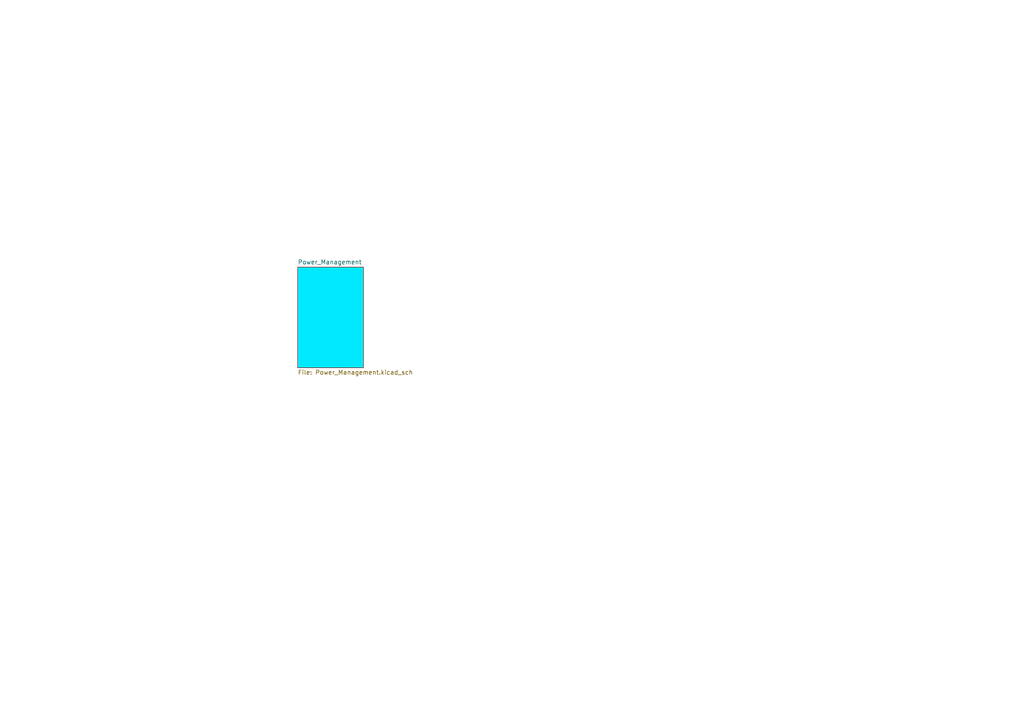
<source format=kicad_sch>
(kicad_sch
	(version 20250114)
	(generator "eeschema")
	(generator_version "9.0")
	(uuid "6ff23a5c-68c9-4176-a3db-3a9ab4454c0e")
	(paper "A4")
	(lib_symbols)
	(sheet
		(at 86.36 77.47)
		(size 19.05 29.21)
		(exclude_from_sim no)
		(in_bom yes)
		(on_board yes)
		(dnp no)
		(fields_autoplaced yes)
		(stroke
			(width 0.1524)
			(type solid)
		)
		(fill
			(color 0 233 255 1.0000)
		)
		(uuid "577d4cbf-fe80-48ff-bae1-484bd45f479d")
		(property "Sheetname" "Power_Management"
			(at 86.36 76.7584 0)
			(effects
				(font
					(size 1.27 1.27)
				)
				(justify left bottom)
			)
		)
		(property "Sheetfile" "Power_Management.kicad_sch"
			(at 86.36 107.2646 0)
			(effects
				(font
					(size 1.27 1.27)
				)
				(justify left top)
			)
		)
		(instances
			(project "WPS_Scaled"
				(path "/6ff23a5c-68c9-4176-a3db-3a9ab4454c0e"
					(page "2")
				)
			)
		)
	)
	(sheet_instances
		(path "/"
			(page "1")
		)
	)
	(embedded_fonts no)
)

</source>
